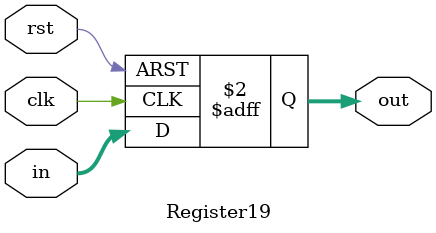
<source format=sv>
module Register1(
                input clk,
                input rst,
                input in,
                output logic out);
    always@(posedge clk, posedge rst)
        if(rst)
            out <= 0;
        else
            out <= in;
endmodule

module Register8(
                input clk,
                input rst,
                input[7:0] in,
                output logic[7:0] out);
    always@(posedge clk, posedge rst)
        if(rst)
            out <= 0;
        else
            out <= in;
endmodule

module Register3(
                input clk,
                input rst,
                input[2:0] in,
                output logic[2:0] out);
    always@(posedge clk, posedge rst)
        if(rst)
            out <= 0;
        else
            out <= in;
endmodule

module Register12(
                input clk,
                input rst,
                input[11:0] in,
                output logic[11:0] out);
    always@(posedge clk, posedge rst)
        if(rst)
            out <= 0;
        else
            out <= in;
endmodule

module Register13(
                input clk,
                input rst,
                input[12:0] in,
                output logic[12:0] out);
    always@(posedge clk, posedge rst)
        if(rst)
            out <= 0;
        else
            out <= in;
endmodule

module Register19(
                input clk,
                input rst,
                input[18:0] in,
                output logic[18:0] out);
    always@(posedge clk, posedge rst)
        if(rst)
            out <= 0;
        else
            out <= in;
endmodule

</source>
